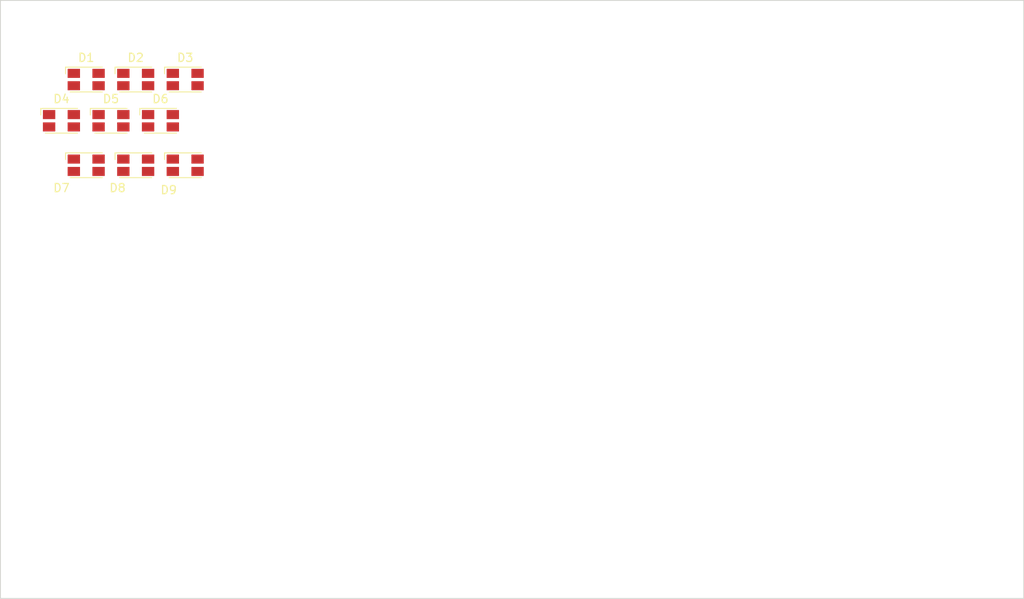
<source format=kicad_pcb>
(kicad_pcb (version 20240108) (generator "pcbnew") (generator_version "8.0")
  (layers (0 "F.Cu" signal) (31 "B.Cu" signal) (34 "B.Paste" user) (35 "F.Paste" user) (36 "B.SilkS" user "B.Silkscreen") (37 "F.SilkS" user "F.Silkscreen") (38 "B.Mask" user) (39 "F.Mask" user) (44 "Edge.Cuts" user))
  (net 0 "")
  (net 1 "Vboost")
  (net 2 "Net-(D1-K)")
  (net 3 "Net-(D2-K)")
  (net 4 "Net-(D3-K)")
  (net 5 "Net-(D4-K)")
  (net 6 "Net-(D5-K)")
  (net 7 "Net-(D6-K)")
  (net 8 "Net-(D7-K)")
  (net 9 "Net-(D8-K)")
  (net 10 "Net-(D10-A)")
  (footprint "LED_SMD:LED_Avago_PLCC4_3.2x2.8mm_CW" (layer "F.Cu") (at 102 35)
    (property "Reference" "D3" (at 0 -2.65 0) (layer "F.SilkS"))
    (property "Value" "LED")
    (fp_line (start -2.500044 -1.5) (end 1.95 -1.5) (stroke (width 0.12)) (layer "F.SilkS"))
    (fp_line (start -2.5 -0.7) (end -2.5 -1.5) (stroke (width 0.12)) (layer "F.SilkS"))
    (fp_line (start -1.95 1.5) (end 1.95 1.5) (stroke (width 0.12)) (layer "F.SilkS"))
    (pad "1" smd rect (at -1.5 -0.75) (size 1.5 1.1) (layers "F.Cu" "F.Paste" "F.Mask") (net 4 "Net-(D3-K)"))
    (pad "2" smd rect (at 1.5 -0.75) (size 1.5 1.1) (layers "F.Cu" "F.Paste" "F.Mask") (net 3 "Net-(D2-K)"))
    (pad "3" smd rect (at 1.5 0.75) (size 1.5 1.1) (layers "F.Cu" "F.Paste" "F.Mask"))
    (pad "4" smd rect (at -1.5 0.75) (size 1.5 1.1) (layers "F.Cu" "F.Paste" "F.Mask"))
  )
  (footprint "LED_SMD:LED_Avago_PLCC4_3.2x2.8mm_CW" (layer "F.Cu") (at 96 45.4)
    (property "Reference" "D8" (at -2.2 2.75 0) (layer "F.SilkS"))
    (property "Value" "LED")
    (fp_line (start -2.500044 -1.5) (end 1.95 -1.5) (stroke (width 0.12)) (layer "F.SilkS"))
    (fp_line (start -2.5 -0.7) (end -2.5 -1.5) (stroke (width 0.12)) (layer "F.SilkS"))
    (fp_line (start -1.95 1.5) (end 1.95 1.5) (stroke (width 0.12)) (layer "F.SilkS"))
    (pad "1" smd rect (at -1.5 -0.75) (size 1.5 1.1) (layers "F.Cu" "F.Paste" "F.Mask") (net 9 "Net-(D8-K)"))
    (pad "2" smd rect (at 1.5 -0.75) (size 1.5 1.1) (layers "F.Cu" "F.Paste" "F.Mask") (net 8 "Net-(D7-K)"))
    (pad "3" smd rect (at 1.5 0.75) (size 1.5 1.1) (layers "F.Cu" "F.Paste" "F.Mask"))
    (pad "4" smd rect (at -1.5 0.75) (size 1.5 1.1) (layers "F.Cu" "F.Paste" "F.Mask"))
  )
  (footprint "LED_SMD:LED_Avago_PLCC4_3.2x2.8mm_CW" (layer "F.Cu") (at 99 40)
    (property "Reference" "D6" (at 0 -2.65 0) (layer "F.SilkS"))
    (property "Value" "LED")
    (fp_line (start -2.500044 -1.5) (end 1.95 -1.5) (stroke (width 0.12)) (layer "F.SilkS"))
    (fp_line (start -2.5 -0.7) (end -2.5 -1.5) (stroke (width 0.12)) (layer "F.SilkS"))
    (fp_line (start -1.95 1.5) (end 1.95 1.5) (stroke (width 0.12)) (layer "F.SilkS"))
    (pad "1" smd rect (at -1.5 -0.75) (size 1.5 1.1) (layers "F.Cu" "F.Paste" "F.Mask") (net 7 "Net-(D6-K)"))
    (pad "2" smd rect (at 1.5 -0.75) (size 1.5 1.1) (layers "F.Cu" "F.Paste" "F.Mask") (net 6 "Net-(D5-K)"))
    (pad "3" smd rect (at 1.5 0.75) (size 1.5 1.1) (layers "F.Cu" "F.Paste" "F.Mask"))
    (pad "4" smd rect (at -1.5 0.75) (size 1.5 1.1) (layers "F.Cu" "F.Paste" "F.Mask"))
  )
  (footprint "LED_SMD:LED_Avago_PLCC4_3.2x2.8mm_CW" (layer "F.Cu") (at 93 40)
    (property "Reference" "D5" (at 0 -2.65 0) (layer "F.SilkS"))
    (property "Value" "LED")
    (fp_line (start -2.500044 -1.5) (end 1.95 -1.5) (stroke (width 0.12)) (layer "F.SilkS"))
    (fp_line (start -2.5 -0.7) (end -2.5 -1.5) (stroke (width 0.12)) (layer "F.SilkS"))
    (fp_line (start -1.95 1.5) (end 1.95 1.5) (stroke (width 0.12)) (layer "F.SilkS"))
    (pad "1" smd rect (at -1.5 -0.75) (size 1.5 1.1) (layers "F.Cu" "F.Paste" "F.Mask") (net 6 "Net-(D5-K)"))
    (pad "2" smd rect (at 1.5 -0.75) (size 1.5 1.1) (layers "F.Cu" "F.Paste" "F.Mask") (net 5 "Net-(D4-K)"))
    (pad "3" smd rect (at 1.5 0.75) (size 1.5 1.1) (layers "F.Cu" "F.Paste" "F.Mask"))
    (pad "4" smd rect (at -1.5 0.75) (size 1.5 1.1) (layers "F.Cu" "F.Paste" "F.Mask"))
  )
  (footprint "LED_SMD:LED_Avago_PLCC4_3.2x2.8mm_CW" (layer "F.Cu") (at 87 40)
    (property "Reference" "D4" (at 0 -2.65 0) (layer "F.SilkS"))
    (property "Value" "LED")
    (fp_line (start -2.500044 -1.5) (end 1.95 -1.5) (stroke (width 0.12)) (layer "F.SilkS"))
    (fp_line (start -2.5 -0.7) (end -2.5 -1.5) (stroke (width 0.12)) (layer "F.SilkS"))
    (fp_line (start -1.95 1.5) (end 1.95 1.5) (stroke (width 0.12)) (layer "F.SilkS"))
    (pad "1" smd rect (at -1.5 -0.75) (size 1.5 1.1) (layers "F.Cu" "F.Paste" "F.Mask") (net 5 "Net-(D4-K)"))
    (pad "2" smd rect (at 1.5 -0.75) (size 1.5 1.1) (layers "F.Cu" "F.Paste" "F.Mask") (net 4 "Net-(D3-K)"))
    (pad "3" smd rect (at 1.5 0.75) (size 1.5 1.1) (layers "F.Cu" "F.Paste" "F.Mask"))
    (pad "4" smd rect (at -1.5 0.75) (size 1.5 1.1) (layers "F.Cu" "F.Paste" "F.Mask"))
  )
  (footprint "LED_SMD:LED_Avago_PLCC4_3.2x2.8mm_CW" (layer "F.Cu") (at 90 35)
    (property "Reference" "D1" (at 0 -2.65 0) (layer "F.SilkS"))
    (property "Value" "LED")
    (fp_line (start -2.500044 -1.5) (end 1.95 -1.5) (stroke (width 0.12)) (layer "F.SilkS"))
    (fp_line (start -2.5 -0.7) (end -2.5 -1.5) (stroke (width 0.12)) (layer "F.SilkS"))
    (fp_line (start -1.95 1.5) (end 1.95 1.5) (stroke (width 0.12)) (layer "F.SilkS"))
    (pad "1" smd rect (at -1.5 -0.75) (size 1.5 1.1) (layers "F.Cu" "F.Paste" "F.Mask") (net 2 "Net-(D1-K)"))
    (pad "2" smd rect (at 1.5 -0.75) (size 1.5 1.1) (layers "F.Cu" "F.Paste" "F.Mask") (net 1 "Vboost"))
    (pad "3" smd rect (at 1.5 0.75) (size 1.5 1.1) (layers "F.Cu" "F.Paste" "F.Mask"))
    (pad "4" smd rect (at -1.5 0.75) (size 1.5 1.1) (layers "F.Cu" "F.Paste" "F.Mask"))
  )
  (footprint "LED_SMD:LED_Avago_PLCC4_3.2x2.8mm_CW" (layer "F.Cu") (at 102 45.4)
    (property "Reference" "D9" (at -2 3 0) (layer "F.SilkS"))
    (property "Value" "LED")
    (fp_line (start -2.500044 -1.5) (end 1.95 -1.5) (stroke (width 0.12)) (layer "F.SilkS"))
    (fp_line (start -2.5 -0.7) (end -2.5 -1.5) (stroke (width 0.12)) (layer "F.SilkS"))
    (fp_line (start -1.95 1.5) (end 1.95 1.5) (stroke (width 0.12)) (layer "F.SilkS"))
    (pad "1" smd rect (at -1.5 -0.75) (size 1.5 1.1) (layers "F.Cu" "F.Paste" "F.Mask") (net 10 "Net-(D10-A)"))
    (pad "2" smd rect (at 1.5 -0.75) (size 1.5 1.1) (layers "F.Cu" "F.Paste" "F.Mask") (net 9 "Net-(D8-K)"))
    (pad "3" smd rect (at 1.5 0.75) (size 1.5 1.1) (layers "F.Cu" "F.Paste" "F.Mask"))
    (pad "4" smd rect (at -1.5 0.75) (size 1.5 1.1) (layers "F.Cu" "F.Paste" "F.Mask"))
  )
  (footprint "LED_SMD:LED_Avago_PLCC4_3.2x2.8mm_CW" (layer "F.Cu") (at 96 35)
    (property "Reference" "D2" (at 0 -2.65 0) (layer "F.SilkS"))
    (property "Value" "LED")
    (fp_line (start -2.500044 -1.5) (end 1.95 -1.5) (stroke (width 0.12)) (layer "F.SilkS"))
    (fp_line (start -2.5 -0.7) (end -2.5 -1.5) (stroke (width 0.12)) (layer "F.SilkS"))
    (fp_line (start -1.95 1.5) (end 1.95 1.5) (stroke (width 0.12)) (layer "F.SilkS"))
    (pad "1" smd rect (at -1.5 -0.75) (size 1.5 1.1) (layers "F.Cu" "F.Paste" "F.Mask") (net 3 "Net-(D2-K)"))
    (pad "2" smd rect (at 1.5 -0.75) (size 1.5 1.1) (layers "F.Cu" "F.Paste" "F.Mask") (net 2 "Net-(D1-K)"))
    (pad "3" smd rect (at 1.5 0.75) (size 1.5 1.1) (layers "F.Cu" "F.Paste" "F.Mask"))
    (pad "4" smd rect (at -1.5 0.75) (size 1.5 1.1) (layers "F.Cu" "F.Paste" "F.Mask"))
  )
  (footprint "LED_SMD:LED_Avago_PLCC4_3.2x2.8mm_CW" (layer "F.Cu") (at 90 45.4)
    (property "Reference" "D7" (at -3 2.75 0) (layer "F.SilkS"))
    (property "Value" "LED")
    (fp_line (start -2.500044 -1.5) (end 1.95 -1.5) (stroke (width 0.12)) (layer "F.SilkS"))
    (fp_line (start -2.5 -0.7) (end -2.5 -1.5) (stroke (width 0.12)) (layer "F.SilkS"))
    (fp_line (start -1.95 1.5) (end 1.95 1.5) (stroke (width 0.12)) (layer "F.SilkS"))
    (pad "1" smd rect (at -1.5 -0.75) (size 1.5 1.1) (layers "F.Cu" "F.Paste" "F.Mask") (net 8 "Net-(D7-K)"))
    (pad "2" smd rect (at 1.5 -0.75) (size 1.5 1.1) (layers "F.Cu" "F.Paste" "F.Mask") (net 7 "Net-(D6-K)"))
    (pad "3" smd rect (at 1.5 0.75) (size 1.5 1.1) (layers "F.Cu" "F.Paste" "F.Mask"))
    (pad "4" smd rect (at -1.5 0.75) (size 1.5 1.1) (layers "F.Cu" "F.Paste" "F.Mask"))
  )
  (gr_rect (start 79.6 25.4) (end 203.65 97.95) (stroke (width 0.1)) (fill none) (layer "Edge.Cuts"))
)
</source>
